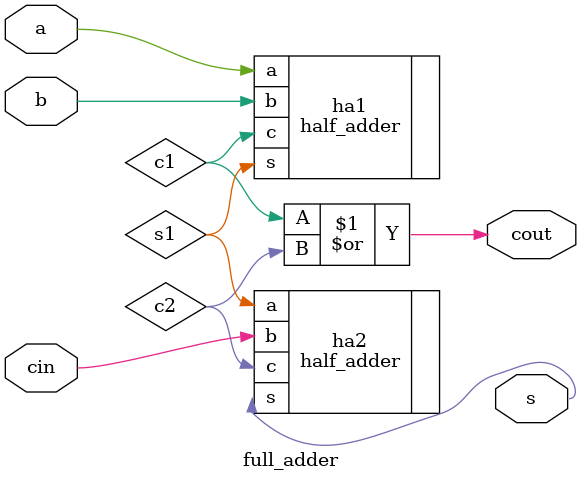
<source format=v>
`timescale 1ns / 1ps
module full_adder(a,b,cin,s,cout
    );
input a,b,cin;
output s,cout;

wire s1,c1,c2;

half_adder ha1 (.a(a),.b(b),.s(s1),.c(c1));
half_adder ha2 (.a(s1),.b(cin),.s(s),.c(c2));

assign cout=c1|c2;


endmodule

</source>
